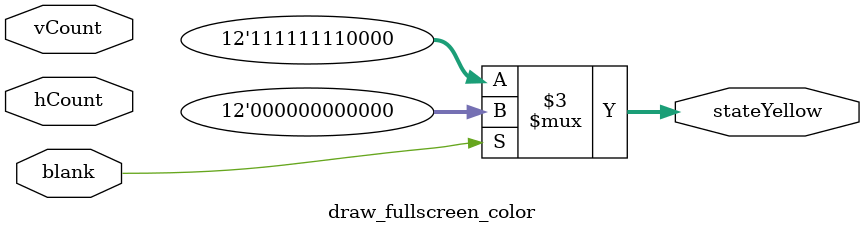
<source format=v>
`timescale 1ns / 1ps


module draw_fullscreen_color(
    input [10:0] hCount,
    input [10:0] vCount,
    input blank, 
    output reg [11:0] stateYellow
    );
    
    parameter colorRed = 12'b111100000000;
    parameter colorYellow = 12'b111111110000;
    parameter colorGreen = 12'b000011110000;
    parameter colorBlack = 12'b000000000000;
    parameter colorWhite = 12'b111111111111;
    
    always @(hCount or vCount)
    begin
        if (blank)
            stateYellow = colorBlack; //If blank is 1, we assign the color to black as instructed in the controller module 
        else
            stateYellow = colorYellow;//Otherwise every pixel will be yellow
    end
    
endmodule

</source>
